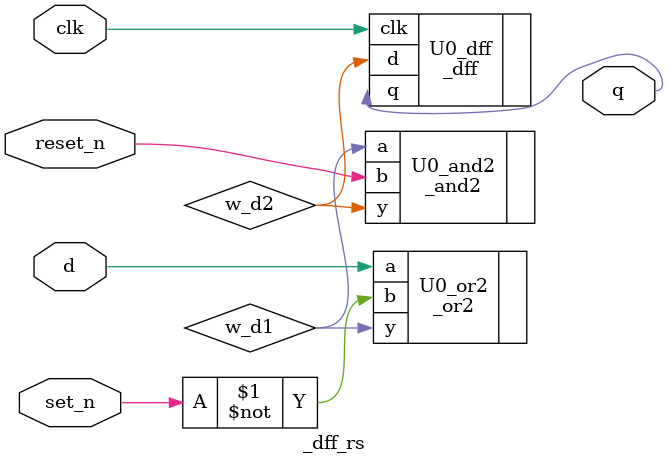
<source format=v>
module _dff_rs(clk, set_n, reset_n, d, q); //set, reset D flip flop
	input clk, set_n, reset_n, d; //input
	output q; //output
	
	wire w_d1, w_d2; //wire
	
	_or2 U0_or2(.a(d), .b(~set_n), .y(w_d1)); //instance or2
	_and2 U0_and2(.a(w_d1), .b(reset_n), .y(w_d2)); //instance and2
	_dff U0_dff(.clk(clk), .d(w_d2), .q(q)); //instance d flip flop
	
endmodule

</source>
